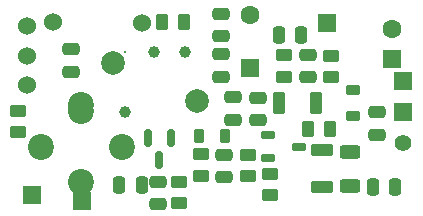
<source format=gbr>
%TF.GenerationSoftware,KiCad,Pcbnew,9.0.5*%
%TF.CreationDate,2025-10-21T13:05:04+02:00*%
%TF.ProjectId,Heterodyna-eltra-t3015-2,48657465-726f-4647-996e-612d656c7472,rev?*%
%TF.SameCoordinates,Original*%
%TF.FileFunction,Soldermask,Top*%
%TF.FilePolarity,Negative*%
%FSLAX46Y46*%
G04 Gerber Fmt 4.6, Leading zero omitted, Abs format (unit mm)*
G04 Created by KiCad (PCBNEW 9.0.5) date 2025-10-21 13:05:04*
%MOMM*%
%LPD*%
G01*
G04 APERTURE LIST*
G04 Aperture macros list*
%AMRoundRect*
0 Rectangle with rounded corners*
0 $1 Rounding radius*
0 $2 $3 $4 $5 $6 $7 $8 $9 X,Y pos of 4 corners*
0 Add a 4 corners polygon primitive as box body*
4,1,4,$2,$3,$4,$5,$6,$7,$8,$9,$2,$3,0*
0 Add four circle primitives for the rounded corners*
1,1,$1+$1,$2,$3*
1,1,$1+$1,$4,$5*
1,1,$1+$1,$6,$7*
1,1,$1+$1,$8,$9*
0 Add four rect primitives between the rounded corners*
20,1,$1+$1,$2,$3,$4,$5,0*
20,1,$1+$1,$4,$5,$6,$7,0*
20,1,$1+$1,$6,$7,$8,$9,0*
20,1,$1+$1,$8,$9,$2,$3,0*%
G04 Aperture macros list end*
%ADD10RoundRect,0.250000X-0.550000X-0.550000X0.550000X-0.550000X0.550000X0.550000X-0.550000X0.550000X0*%
%ADD11C,1.524000*%
%ADD12RoundRect,0.250000X-0.250000X-0.475000X0.250000X-0.475000X0.250000X0.475000X-0.250000X0.475000X0*%
%ADD13RoundRect,0.250000X0.450000X-0.262500X0.450000X0.262500X-0.450000X0.262500X-0.450000X-0.262500X0*%
%ADD14RoundRect,0.250000X-0.450000X0.262500X-0.450000X-0.262500X0.450000X-0.262500X0.450000X0.262500X0*%
%ADD15RoundRect,0.250000X0.262500X0.450000X-0.262500X0.450000X-0.262500X-0.450000X0.262500X-0.450000X0*%
%ADD16RoundRect,0.218750X0.381250X-0.218750X0.381250X0.218750X-0.381250X0.218750X-0.381250X-0.218750X0*%
%ADD17C,2.000000*%
%ADD18C,1.000000*%
%ADD19C,0.200000*%
%ADD20RoundRect,0.250000X-0.475000X0.250000X-0.475000X-0.250000X0.475000X-0.250000X0.475000X0.250000X0*%
%ADD21C,2.200000*%
%ADD22RoundRect,0.250000X-0.700000X0.275000X-0.700000X-0.275000X0.700000X-0.275000X0.700000X0.275000X0*%
%ADD23RoundRect,0.250000X0.475000X-0.250000X0.475000X0.250000X-0.475000X0.250000X-0.475000X-0.250000X0*%
%ADD24RoundRect,0.250000X-0.262500X-0.450000X0.262500X-0.450000X0.262500X0.450000X-0.262500X0.450000X0*%
%ADD25RoundRect,0.150000X-0.150000X0.587500X-0.150000X-0.587500X0.150000X-0.587500X0.150000X0.587500X0*%
%ADD26R,1.600000X1.600000*%
%ADD27C,1.600000*%
%ADD28RoundRect,0.250000X-0.625000X0.312500X-0.625000X-0.312500X0.625000X-0.312500X0.625000X0.312500X0*%
%ADD29RoundRect,0.250000X-0.275000X-0.700000X0.275000X-0.700000X0.275000X0.700000X-0.275000X0.700000X0*%
%ADD30C,1.400000*%
%ADD31RoundRect,0.218750X-0.218750X-0.381250X0.218750X-0.381250X0.218750X0.381250X-0.218750X0.381250X0*%
%ADD32RoundRect,0.250000X0.550000X-0.550000X0.550000X0.550000X-0.550000X0.550000X-0.550000X-0.550000X0*%
%ADD33RoundRect,0.162500X-0.447500X-0.162500X0.447500X-0.162500X0.447500X0.162500X-0.447500X0.162500X0*%
G04 APERTURE END LIST*
D10*
%TO.C,TP1*%
X176810000Y-106480000D03*
%TD*%
D11*
%TO.C,D1*%
X154680000Y-101500000D03*
X147180000Y-101450000D03*
%TD*%
D12*
%TO.C,C13*%
X166320000Y-102510000D03*
X168220000Y-102510000D03*
%TD*%
D13*
%TO.C,R6*%
X144250000Y-110802500D03*
X144250000Y-108977500D03*
%TD*%
D14*
%TO.C,R2*%
X166710000Y-104277500D03*
X166710000Y-106102500D03*
%TD*%
D15*
%TO.C,R4*%
X158242500Y-101470000D03*
X156417500Y-101470000D03*
%TD*%
D14*
%TO.C,R10*%
X170750000Y-104297500D03*
X170750000Y-106122500D03*
%TD*%
D16*
%TO.C,FB1*%
X172610000Y-109372500D03*
X172610000Y-107247500D03*
%TD*%
D14*
%TO.C,R9*%
X159730000Y-112667500D03*
X159730000Y-114492500D03*
%TD*%
D17*
%TO.C,L3*%
X159395000Y-108165000D03*
X152245000Y-104915000D03*
D18*
X153245000Y-109065000D03*
X158345000Y-103965000D03*
X155745000Y-103965000D03*
D19*
X153245000Y-103965000D03*
%TD*%
D20*
%TO.C,C14*%
X162440000Y-107840000D03*
X162440000Y-109740000D03*
%TD*%
%TO.C,C10*%
X156070000Y-114980000D03*
X156070000Y-116880000D03*
%TD*%
D12*
%TO.C,C1*%
X174260000Y-115390000D03*
X176160000Y-115390000D03*
%TD*%
D21*
%TO.C,C15*%
X149570000Y-109010000D03*
X149570000Y-115010000D03*
%TD*%
D14*
%TO.C,R8*%
X157880000Y-114987500D03*
X157880000Y-116812500D03*
%TD*%
D10*
%TO.C,TP3*%
X170350000Y-101530000D03*
%TD*%
%TO.C,TP4*%
X176840000Y-109090000D03*
%TD*%
D22*
%TO.C,L2*%
X169980000Y-112255000D03*
X169980000Y-115405000D03*
%TD*%
D23*
%TO.C,C9*%
X161380000Y-106100000D03*
X161380000Y-104200000D03*
%TD*%
D24*
%TO.C,R3*%
X168797500Y-110500000D03*
X170622500Y-110500000D03*
%TD*%
D20*
%TO.C,C5*%
X148670000Y-103760000D03*
X148670000Y-105660000D03*
%TD*%
D25*
%TO.C,Q2*%
X157150000Y-111260000D03*
X155250000Y-111260000D03*
X156200000Y-113135000D03*
%TD*%
D10*
%TO.C,TP2*%
X149600000Y-116640000D03*
%TD*%
D20*
%TO.C,C3*%
X161370000Y-100750000D03*
X161370000Y-102650000D03*
%TD*%
D26*
%TO.C,C2*%
X175870000Y-104567626D03*
D27*
X175870000Y-102067626D03*
%TD*%
D23*
%TO.C,C12*%
X168740000Y-106140000D03*
X168740000Y-104240000D03*
%TD*%
D21*
%TO.C,C8*%
X149540000Y-108508500D03*
X153040000Y-112008500D03*
X146140000Y-112008500D03*
%TD*%
D13*
%TO.C,R7*%
X165520000Y-116112500D03*
X165520000Y-114287500D03*
%TD*%
D28*
%TO.C,R1*%
X172350000Y-112447500D03*
X172350000Y-115372500D03*
%TD*%
D29*
%TO.C,L1*%
X166315000Y-108310000D03*
X169465000Y-108310000D03*
%TD*%
D11*
%TO.C,D2*%
X144990000Y-101790000D03*
X144990000Y-106790000D03*
X144990000Y-104290000D03*
%TD*%
D23*
%TO.C,C6*%
X174620000Y-110980000D03*
X174620000Y-109080000D03*
%TD*%
D10*
%TO.C,TP5*%
X145440000Y-116100000D03*
%TD*%
D20*
%TO.C,C11*%
X161670000Y-112670000D03*
X161670000Y-114570000D03*
%TD*%
D13*
%TO.C,R5*%
X163660000Y-114522500D03*
X163660000Y-112697500D03*
%TD*%
D30*
%TO.C,TP6*%
X176790000Y-111690000D03*
%TD*%
D20*
%TO.C,C4*%
X164520000Y-107870000D03*
X164520000Y-109770000D03*
%TD*%
D31*
%TO.C,L4*%
X159587500Y-111120000D03*
X161712500Y-111120000D03*
%TD*%
D32*
%TO.C,D3*%
X163830000Y-105355000D03*
D27*
X163830000Y-100845000D03*
%TD*%
D12*
%TO.C,C7*%
X152780000Y-115210000D03*
X154680000Y-115210000D03*
%TD*%
D33*
%TO.C,Q1*%
X165370000Y-111057500D03*
X165370000Y-112957500D03*
X167990000Y-112007500D03*
%TD*%
M02*

</source>
